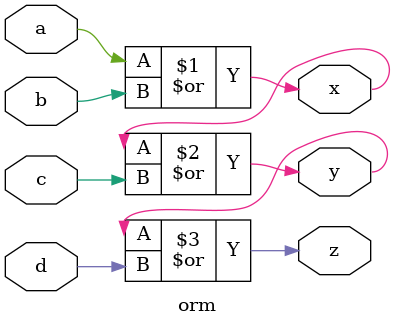
<source format=v>
`timescale 1ns / 1ps

module orm(
input a, b, c, d,
output x, y, z
    );
    
assign x = a|b;
assign y = x|c;
assign z = y|d;

endmodule

</source>
